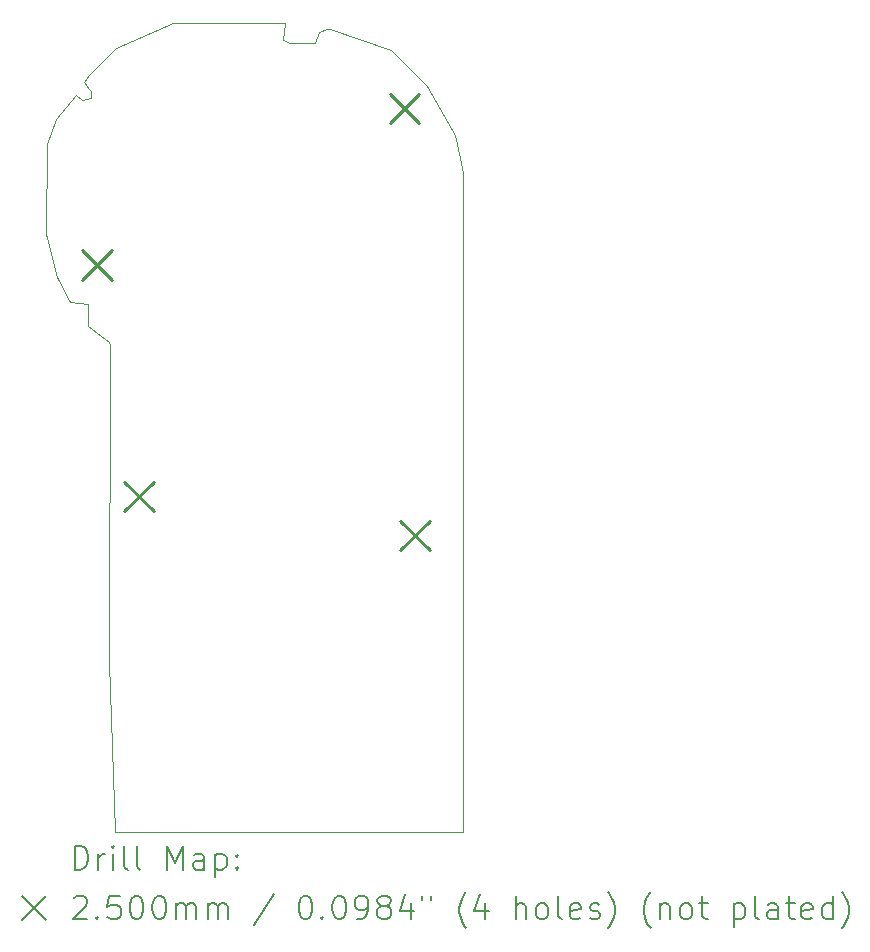
<source format=gbr>
%TF.GenerationSoftware,KiCad,Pcbnew,7.0.1*%
%TF.CreationDate,2023-04-13T23:51:24-04:00*%
%TF.ProjectId,YakBak-soldering-kit,59616b42-616b-42d7-936f-6c646572696e,rev?*%
%TF.SameCoordinates,Original*%
%TF.FileFunction,Drillmap*%
%TF.FilePolarity,Positive*%
%FSLAX45Y45*%
G04 Gerber Fmt 4.5, Leading zero omitted, Abs format (unit mm)*
G04 Created by KiCad (PCBNEW 7.0.1) date 2023-04-13 23:51:24*
%MOMM*%
%LPD*%
G01*
G04 APERTURE LIST*
%ADD10C,0.100000*%
%ADD11C,0.200000*%
%ADD12C,0.250000*%
G04 APERTURE END LIST*
D10*
X11886055Y-4828746D02*
X12193071Y-5130698D01*
X12426803Y-5545617D02*
X12475000Y-5742317D01*
X9433263Y-7252365D02*
X9323103Y-7167526D01*
X9323103Y-7167526D02*
X9319935Y-6980393D01*
X10973852Y-4742716D02*
X11035366Y-4767990D01*
X8967105Y-6387158D02*
X8974554Y-5622489D01*
X9046996Y-5412446D02*
X9219426Y-5209801D01*
X12475000Y-11450000D02*
X12498214Y-11450000D01*
X9555962Y-4811835D02*
X10040725Y-4602528D01*
X10040725Y-4602528D02*
X10988954Y-4599174D01*
X12193071Y-5130698D02*
X12426803Y-5545617D01*
X9350000Y-5175000D02*
X9326568Y-5156908D01*
X9326568Y-5156908D02*
X9290120Y-5098467D01*
X11345644Y-4652615D02*
X11367004Y-4652615D01*
X12498214Y-11450000D02*
X12500000Y-10787440D01*
X11035366Y-4767990D02*
X11241272Y-4767990D01*
X11281013Y-4678742D02*
X11345644Y-4652615D01*
X12475000Y-5742317D02*
X12500000Y-5871164D01*
X9062323Y-6746543D02*
X8967105Y-6387158D01*
X10988954Y-4599174D02*
X10973852Y-4742716D01*
X9219426Y-5209801D02*
X9275000Y-5250000D01*
X9319935Y-6980393D02*
X9172367Y-6965350D01*
X9575000Y-11450000D02*
X12475000Y-11450000D01*
X9290120Y-5098467D02*
X9332082Y-5038731D01*
X9062323Y-6746543D02*
X9062323Y-6746543D01*
X9350000Y-5175000D02*
X9348415Y-5232038D01*
X9546865Y-11450000D02*
X9575000Y-11450000D01*
X8974554Y-5622489D02*
X9046996Y-5412446D01*
X12500000Y-5871164D02*
X12500000Y-10787440D01*
X11241272Y-4767990D02*
X11281013Y-4678742D01*
X9332082Y-5038731D02*
X9555962Y-4811835D01*
X9500000Y-7300000D02*
X9505519Y-7329682D01*
X9172367Y-6965350D02*
X9062323Y-6746543D01*
X9275000Y-5250000D02*
X9348415Y-5232038D01*
X9546865Y-11450000D02*
X9503135Y-10008761D01*
X9503135Y-10008761D02*
X9505519Y-7329682D01*
X11367004Y-4652615D02*
X11886055Y-4828746D01*
X9500000Y-7300000D02*
X9433263Y-7252365D01*
D11*
D12*
X9275000Y-6525000D02*
X9525000Y-6775000D01*
X9525000Y-6525000D02*
X9275000Y-6775000D01*
X9628600Y-8485600D02*
X9878600Y-8735600D01*
X9878600Y-8485600D02*
X9628600Y-8735600D01*
X11875000Y-5200000D02*
X12125000Y-5450000D01*
X12125000Y-5200000D02*
X11875000Y-5450000D01*
X11965400Y-8815800D02*
X12215400Y-9065800D01*
X12215400Y-8815800D02*
X11965400Y-9065800D01*
D11*
X9209724Y-11767524D02*
X9209724Y-11567524D01*
X9209724Y-11567524D02*
X9257343Y-11567524D01*
X9257343Y-11567524D02*
X9285915Y-11577048D01*
X9285915Y-11577048D02*
X9304962Y-11596095D01*
X9304962Y-11596095D02*
X9314486Y-11615143D01*
X9314486Y-11615143D02*
X9324010Y-11653238D01*
X9324010Y-11653238D02*
X9324010Y-11681809D01*
X9324010Y-11681809D02*
X9314486Y-11719905D01*
X9314486Y-11719905D02*
X9304962Y-11738952D01*
X9304962Y-11738952D02*
X9285915Y-11758000D01*
X9285915Y-11758000D02*
X9257343Y-11767524D01*
X9257343Y-11767524D02*
X9209724Y-11767524D01*
X9409724Y-11767524D02*
X9409724Y-11634190D01*
X9409724Y-11672286D02*
X9419248Y-11653238D01*
X9419248Y-11653238D02*
X9428772Y-11643714D01*
X9428772Y-11643714D02*
X9447819Y-11634190D01*
X9447819Y-11634190D02*
X9466867Y-11634190D01*
X9533534Y-11767524D02*
X9533534Y-11634190D01*
X9533534Y-11567524D02*
X9524010Y-11577048D01*
X9524010Y-11577048D02*
X9533534Y-11586571D01*
X9533534Y-11586571D02*
X9543057Y-11577048D01*
X9543057Y-11577048D02*
X9533534Y-11567524D01*
X9533534Y-11567524D02*
X9533534Y-11586571D01*
X9657343Y-11767524D02*
X9638295Y-11758000D01*
X9638295Y-11758000D02*
X9628772Y-11738952D01*
X9628772Y-11738952D02*
X9628772Y-11567524D01*
X9762105Y-11767524D02*
X9743057Y-11758000D01*
X9743057Y-11758000D02*
X9733534Y-11738952D01*
X9733534Y-11738952D02*
X9733534Y-11567524D01*
X9990676Y-11767524D02*
X9990676Y-11567524D01*
X9990676Y-11567524D02*
X10057343Y-11710381D01*
X10057343Y-11710381D02*
X10124010Y-11567524D01*
X10124010Y-11567524D02*
X10124010Y-11767524D01*
X10304962Y-11767524D02*
X10304962Y-11662762D01*
X10304962Y-11662762D02*
X10295438Y-11643714D01*
X10295438Y-11643714D02*
X10276391Y-11634190D01*
X10276391Y-11634190D02*
X10238295Y-11634190D01*
X10238295Y-11634190D02*
X10219248Y-11643714D01*
X10304962Y-11758000D02*
X10285915Y-11767524D01*
X10285915Y-11767524D02*
X10238295Y-11767524D01*
X10238295Y-11767524D02*
X10219248Y-11758000D01*
X10219248Y-11758000D02*
X10209724Y-11738952D01*
X10209724Y-11738952D02*
X10209724Y-11719905D01*
X10209724Y-11719905D02*
X10219248Y-11700857D01*
X10219248Y-11700857D02*
X10238295Y-11691333D01*
X10238295Y-11691333D02*
X10285915Y-11691333D01*
X10285915Y-11691333D02*
X10304962Y-11681809D01*
X10400200Y-11634190D02*
X10400200Y-11834190D01*
X10400200Y-11643714D02*
X10419248Y-11634190D01*
X10419248Y-11634190D02*
X10457343Y-11634190D01*
X10457343Y-11634190D02*
X10476391Y-11643714D01*
X10476391Y-11643714D02*
X10485915Y-11653238D01*
X10485915Y-11653238D02*
X10495438Y-11672286D01*
X10495438Y-11672286D02*
X10495438Y-11729428D01*
X10495438Y-11729428D02*
X10485915Y-11748476D01*
X10485915Y-11748476D02*
X10476391Y-11758000D01*
X10476391Y-11758000D02*
X10457343Y-11767524D01*
X10457343Y-11767524D02*
X10419248Y-11767524D01*
X10419248Y-11767524D02*
X10400200Y-11758000D01*
X10581153Y-11748476D02*
X10590676Y-11758000D01*
X10590676Y-11758000D02*
X10581153Y-11767524D01*
X10581153Y-11767524D02*
X10571629Y-11758000D01*
X10571629Y-11758000D02*
X10581153Y-11748476D01*
X10581153Y-11748476D02*
X10581153Y-11767524D01*
X10581153Y-11643714D02*
X10590676Y-11653238D01*
X10590676Y-11653238D02*
X10581153Y-11662762D01*
X10581153Y-11662762D02*
X10571629Y-11653238D01*
X10571629Y-11653238D02*
X10581153Y-11643714D01*
X10581153Y-11643714D02*
X10581153Y-11662762D01*
X8762105Y-11995000D02*
X8962105Y-12195000D01*
X8962105Y-11995000D02*
X8762105Y-12195000D01*
X9200200Y-12006571D02*
X9209724Y-11997048D01*
X9209724Y-11997048D02*
X9228772Y-11987524D01*
X9228772Y-11987524D02*
X9276391Y-11987524D01*
X9276391Y-11987524D02*
X9295438Y-11997048D01*
X9295438Y-11997048D02*
X9304962Y-12006571D01*
X9304962Y-12006571D02*
X9314486Y-12025619D01*
X9314486Y-12025619D02*
X9314486Y-12044667D01*
X9314486Y-12044667D02*
X9304962Y-12073238D01*
X9304962Y-12073238D02*
X9190676Y-12187524D01*
X9190676Y-12187524D02*
X9314486Y-12187524D01*
X9400200Y-12168476D02*
X9409724Y-12178000D01*
X9409724Y-12178000D02*
X9400200Y-12187524D01*
X9400200Y-12187524D02*
X9390676Y-12178000D01*
X9390676Y-12178000D02*
X9400200Y-12168476D01*
X9400200Y-12168476D02*
X9400200Y-12187524D01*
X9590676Y-11987524D02*
X9495438Y-11987524D01*
X9495438Y-11987524D02*
X9485915Y-12082762D01*
X9485915Y-12082762D02*
X9495438Y-12073238D01*
X9495438Y-12073238D02*
X9514486Y-12063714D01*
X9514486Y-12063714D02*
X9562105Y-12063714D01*
X9562105Y-12063714D02*
X9581153Y-12073238D01*
X9581153Y-12073238D02*
X9590676Y-12082762D01*
X9590676Y-12082762D02*
X9600200Y-12101809D01*
X9600200Y-12101809D02*
X9600200Y-12149428D01*
X9600200Y-12149428D02*
X9590676Y-12168476D01*
X9590676Y-12168476D02*
X9581153Y-12178000D01*
X9581153Y-12178000D02*
X9562105Y-12187524D01*
X9562105Y-12187524D02*
X9514486Y-12187524D01*
X9514486Y-12187524D02*
X9495438Y-12178000D01*
X9495438Y-12178000D02*
X9485915Y-12168476D01*
X9724010Y-11987524D02*
X9743057Y-11987524D01*
X9743057Y-11987524D02*
X9762105Y-11997048D01*
X9762105Y-11997048D02*
X9771629Y-12006571D01*
X9771629Y-12006571D02*
X9781153Y-12025619D01*
X9781153Y-12025619D02*
X9790676Y-12063714D01*
X9790676Y-12063714D02*
X9790676Y-12111333D01*
X9790676Y-12111333D02*
X9781153Y-12149428D01*
X9781153Y-12149428D02*
X9771629Y-12168476D01*
X9771629Y-12168476D02*
X9762105Y-12178000D01*
X9762105Y-12178000D02*
X9743057Y-12187524D01*
X9743057Y-12187524D02*
X9724010Y-12187524D01*
X9724010Y-12187524D02*
X9704962Y-12178000D01*
X9704962Y-12178000D02*
X9695438Y-12168476D01*
X9695438Y-12168476D02*
X9685915Y-12149428D01*
X9685915Y-12149428D02*
X9676391Y-12111333D01*
X9676391Y-12111333D02*
X9676391Y-12063714D01*
X9676391Y-12063714D02*
X9685915Y-12025619D01*
X9685915Y-12025619D02*
X9695438Y-12006571D01*
X9695438Y-12006571D02*
X9704962Y-11997048D01*
X9704962Y-11997048D02*
X9724010Y-11987524D01*
X9914486Y-11987524D02*
X9933534Y-11987524D01*
X9933534Y-11987524D02*
X9952581Y-11997048D01*
X9952581Y-11997048D02*
X9962105Y-12006571D01*
X9962105Y-12006571D02*
X9971629Y-12025619D01*
X9971629Y-12025619D02*
X9981153Y-12063714D01*
X9981153Y-12063714D02*
X9981153Y-12111333D01*
X9981153Y-12111333D02*
X9971629Y-12149428D01*
X9971629Y-12149428D02*
X9962105Y-12168476D01*
X9962105Y-12168476D02*
X9952581Y-12178000D01*
X9952581Y-12178000D02*
X9933534Y-12187524D01*
X9933534Y-12187524D02*
X9914486Y-12187524D01*
X9914486Y-12187524D02*
X9895438Y-12178000D01*
X9895438Y-12178000D02*
X9885915Y-12168476D01*
X9885915Y-12168476D02*
X9876391Y-12149428D01*
X9876391Y-12149428D02*
X9866867Y-12111333D01*
X9866867Y-12111333D02*
X9866867Y-12063714D01*
X9866867Y-12063714D02*
X9876391Y-12025619D01*
X9876391Y-12025619D02*
X9885915Y-12006571D01*
X9885915Y-12006571D02*
X9895438Y-11997048D01*
X9895438Y-11997048D02*
X9914486Y-11987524D01*
X10066867Y-12187524D02*
X10066867Y-12054190D01*
X10066867Y-12073238D02*
X10076391Y-12063714D01*
X10076391Y-12063714D02*
X10095438Y-12054190D01*
X10095438Y-12054190D02*
X10124010Y-12054190D01*
X10124010Y-12054190D02*
X10143057Y-12063714D01*
X10143057Y-12063714D02*
X10152581Y-12082762D01*
X10152581Y-12082762D02*
X10152581Y-12187524D01*
X10152581Y-12082762D02*
X10162105Y-12063714D01*
X10162105Y-12063714D02*
X10181153Y-12054190D01*
X10181153Y-12054190D02*
X10209724Y-12054190D01*
X10209724Y-12054190D02*
X10228772Y-12063714D01*
X10228772Y-12063714D02*
X10238296Y-12082762D01*
X10238296Y-12082762D02*
X10238296Y-12187524D01*
X10333534Y-12187524D02*
X10333534Y-12054190D01*
X10333534Y-12073238D02*
X10343057Y-12063714D01*
X10343057Y-12063714D02*
X10362105Y-12054190D01*
X10362105Y-12054190D02*
X10390677Y-12054190D01*
X10390677Y-12054190D02*
X10409724Y-12063714D01*
X10409724Y-12063714D02*
X10419248Y-12082762D01*
X10419248Y-12082762D02*
X10419248Y-12187524D01*
X10419248Y-12082762D02*
X10428772Y-12063714D01*
X10428772Y-12063714D02*
X10447819Y-12054190D01*
X10447819Y-12054190D02*
X10476391Y-12054190D01*
X10476391Y-12054190D02*
X10495438Y-12063714D01*
X10495438Y-12063714D02*
X10504962Y-12082762D01*
X10504962Y-12082762D02*
X10504962Y-12187524D01*
X10895438Y-11978000D02*
X10724010Y-12235143D01*
X11152581Y-11987524D02*
X11171629Y-11987524D01*
X11171629Y-11987524D02*
X11190677Y-11997048D01*
X11190677Y-11997048D02*
X11200200Y-12006571D01*
X11200200Y-12006571D02*
X11209724Y-12025619D01*
X11209724Y-12025619D02*
X11219248Y-12063714D01*
X11219248Y-12063714D02*
X11219248Y-12111333D01*
X11219248Y-12111333D02*
X11209724Y-12149428D01*
X11209724Y-12149428D02*
X11200200Y-12168476D01*
X11200200Y-12168476D02*
X11190677Y-12178000D01*
X11190677Y-12178000D02*
X11171629Y-12187524D01*
X11171629Y-12187524D02*
X11152581Y-12187524D01*
X11152581Y-12187524D02*
X11133534Y-12178000D01*
X11133534Y-12178000D02*
X11124010Y-12168476D01*
X11124010Y-12168476D02*
X11114486Y-12149428D01*
X11114486Y-12149428D02*
X11104962Y-12111333D01*
X11104962Y-12111333D02*
X11104962Y-12063714D01*
X11104962Y-12063714D02*
X11114486Y-12025619D01*
X11114486Y-12025619D02*
X11124010Y-12006571D01*
X11124010Y-12006571D02*
X11133534Y-11997048D01*
X11133534Y-11997048D02*
X11152581Y-11987524D01*
X11304962Y-12168476D02*
X11314486Y-12178000D01*
X11314486Y-12178000D02*
X11304962Y-12187524D01*
X11304962Y-12187524D02*
X11295438Y-12178000D01*
X11295438Y-12178000D02*
X11304962Y-12168476D01*
X11304962Y-12168476D02*
X11304962Y-12187524D01*
X11438296Y-11987524D02*
X11457343Y-11987524D01*
X11457343Y-11987524D02*
X11476391Y-11997048D01*
X11476391Y-11997048D02*
X11485915Y-12006571D01*
X11485915Y-12006571D02*
X11495438Y-12025619D01*
X11495438Y-12025619D02*
X11504962Y-12063714D01*
X11504962Y-12063714D02*
X11504962Y-12111333D01*
X11504962Y-12111333D02*
X11495438Y-12149428D01*
X11495438Y-12149428D02*
X11485915Y-12168476D01*
X11485915Y-12168476D02*
X11476391Y-12178000D01*
X11476391Y-12178000D02*
X11457343Y-12187524D01*
X11457343Y-12187524D02*
X11438296Y-12187524D01*
X11438296Y-12187524D02*
X11419248Y-12178000D01*
X11419248Y-12178000D02*
X11409724Y-12168476D01*
X11409724Y-12168476D02*
X11400200Y-12149428D01*
X11400200Y-12149428D02*
X11390677Y-12111333D01*
X11390677Y-12111333D02*
X11390677Y-12063714D01*
X11390677Y-12063714D02*
X11400200Y-12025619D01*
X11400200Y-12025619D02*
X11409724Y-12006571D01*
X11409724Y-12006571D02*
X11419248Y-11997048D01*
X11419248Y-11997048D02*
X11438296Y-11987524D01*
X11600200Y-12187524D02*
X11638296Y-12187524D01*
X11638296Y-12187524D02*
X11657343Y-12178000D01*
X11657343Y-12178000D02*
X11666867Y-12168476D01*
X11666867Y-12168476D02*
X11685915Y-12139905D01*
X11685915Y-12139905D02*
X11695438Y-12101809D01*
X11695438Y-12101809D02*
X11695438Y-12025619D01*
X11695438Y-12025619D02*
X11685915Y-12006571D01*
X11685915Y-12006571D02*
X11676391Y-11997048D01*
X11676391Y-11997048D02*
X11657343Y-11987524D01*
X11657343Y-11987524D02*
X11619248Y-11987524D01*
X11619248Y-11987524D02*
X11600200Y-11997048D01*
X11600200Y-11997048D02*
X11590677Y-12006571D01*
X11590677Y-12006571D02*
X11581153Y-12025619D01*
X11581153Y-12025619D02*
X11581153Y-12073238D01*
X11581153Y-12073238D02*
X11590677Y-12092286D01*
X11590677Y-12092286D02*
X11600200Y-12101809D01*
X11600200Y-12101809D02*
X11619248Y-12111333D01*
X11619248Y-12111333D02*
X11657343Y-12111333D01*
X11657343Y-12111333D02*
X11676391Y-12101809D01*
X11676391Y-12101809D02*
X11685915Y-12092286D01*
X11685915Y-12092286D02*
X11695438Y-12073238D01*
X11809724Y-12073238D02*
X11790677Y-12063714D01*
X11790677Y-12063714D02*
X11781153Y-12054190D01*
X11781153Y-12054190D02*
X11771629Y-12035143D01*
X11771629Y-12035143D02*
X11771629Y-12025619D01*
X11771629Y-12025619D02*
X11781153Y-12006571D01*
X11781153Y-12006571D02*
X11790677Y-11997048D01*
X11790677Y-11997048D02*
X11809724Y-11987524D01*
X11809724Y-11987524D02*
X11847819Y-11987524D01*
X11847819Y-11987524D02*
X11866867Y-11997048D01*
X11866867Y-11997048D02*
X11876391Y-12006571D01*
X11876391Y-12006571D02*
X11885915Y-12025619D01*
X11885915Y-12025619D02*
X11885915Y-12035143D01*
X11885915Y-12035143D02*
X11876391Y-12054190D01*
X11876391Y-12054190D02*
X11866867Y-12063714D01*
X11866867Y-12063714D02*
X11847819Y-12073238D01*
X11847819Y-12073238D02*
X11809724Y-12073238D01*
X11809724Y-12073238D02*
X11790677Y-12082762D01*
X11790677Y-12082762D02*
X11781153Y-12092286D01*
X11781153Y-12092286D02*
X11771629Y-12111333D01*
X11771629Y-12111333D02*
X11771629Y-12149428D01*
X11771629Y-12149428D02*
X11781153Y-12168476D01*
X11781153Y-12168476D02*
X11790677Y-12178000D01*
X11790677Y-12178000D02*
X11809724Y-12187524D01*
X11809724Y-12187524D02*
X11847819Y-12187524D01*
X11847819Y-12187524D02*
X11866867Y-12178000D01*
X11866867Y-12178000D02*
X11876391Y-12168476D01*
X11876391Y-12168476D02*
X11885915Y-12149428D01*
X11885915Y-12149428D02*
X11885915Y-12111333D01*
X11885915Y-12111333D02*
X11876391Y-12092286D01*
X11876391Y-12092286D02*
X11866867Y-12082762D01*
X11866867Y-12082762D02*
X11847819Y-12073238D01*
X12057343Y-12054190D02*
X12057343Y-12187524D01*
X12009724Y-11978000D02*
X11962105Y-12120857D01*
X11962105Y-12120857D02*
X12085915Y-12120857D01*
X12152581Y-11987524D02*
X12152581Y-12025619D01*
X12228772Y-11987524D02*
X12228772Y-12025619D01*
X12524010Y-12263714D02*
X12514486Y-12254190D01*
X12514486Y-12254190D02*
X12495439Y-12225619D01*
X12495439Y-12225619D02*
X12485915Y-12206571D01*
X12485915Y-12206571D02*
X12476391Y-12178000D01*
X12476391Y-12178000D02*
X12466867Y-12130381D01*
X12466867Y-12130381D02*
X12466867Y-12092286D01*
X12466867Y-12092286D02*
X12476391Y-12044667D01*
X12476391Y-12044667D02*
X12485915Y-12016095D01*
X12485915Y-12016095D02*
X12495439Y-11997048D01*
X12495439Y-11997048D02*
X12514486Y-11968476D01*
X12514486Y-11968476D02*
X12524010Y-11958952D01*
X12685915Y-12054190D02*
X12685915Y-12187524D01*
X12638296Y-11978000D02*
X12590677Y-12120857D01*
X12590677Y-12120857D02*
X12714486Y-12120857D01*
X12943058Y-12187524D02*
X12943058Y-11987524D01*
X13028772Y-12187524D02*
X13028772Y-12082762D01*
X13028772Y-12082762D02*
X13019248Y-12063714D01*
X13019248Y-12063714D02*
X13000201Y-12054190D01*
X13000201Y-12054190D02*
X12971629Y-12054190D01*
X12971629Y-12054190D02*
X12952581Y-12063714D01*
X12952581Y-12063714D02*
X12943058Y-12073238D01*
X13152581Y-12187524D02*
X13133534Y-12178000D01*
X13133534Y-12178000D02*
X13124010Y-12168476D01*
X13124010Y-12168476D02*
X13114486Y-12149428D01*
X13114486Y-12149428D02*
X13114486Y-12092286D01*
X13114486Y-12092286D02*
X13124010Y-12073238D01*
X13124010Y-12073238D02*
X13133534Y-12063714D01*
X13133534Y-12063714D02*
X13152581Y-12054190D01*
X13152581Y-12054190D02*
X13181153Y-12054190D01*
X13181153Y-12054190D02*
X13200201Y-12063714D01*
X13200201Y-12063714D02*
X13209724Y-12073238D01*
X13209724Y-12073238D02*
X13219248Y-12092286D01*
X13219248Y-12092286D02*
X13219248Y-12149428D01*
X13219248Y-12149428D02*
X13209724Y-12168476D01*
X13209724Y-12168476D02*
X13200201Y-12178000D01*
X13200201Y-12178000D02*
X13181153Y-12187524D01*
X13181153Y-12187524D02*
X13152581Y-12187524D01*
X13333534Y-12187524D02*
X13314486Y-12178000D01*
X13314486Y-12178000D02*
X13304962Y-12158952D01*
X13304962Y-12158952D02*
X13304962Y-11987524D01*
X13485915Y-12178000D02*
X13466867Y-12187524D01*
X13466867Y-12187524D02*
X13428772Y-12187524D01*
X13428772Y-12187524D02*
X13409724Y-12178000D01*
X13409724Y-12178000D02*
X13400201Y-12158952D01*
X13400201Y-12158952D02*
X13400201Y-12082762D01*
X13400201Y-12082762D02*
X13409724Y-12063714D01*
X13409724Y-12063714D02*
X13428772Y-12054190D01*
X13428772Y-12054190D02*
X13466867Y-12054190D01*
X13466867Y-12054190D02*
X13485915Y-12063714D01*
X13485915Y-12063714D02*
X13495439Y-12082762D01*
X13495439Y-12082762D02*
X13495439Y-12101809D01*
X13495439Y-12101809D02*
X13400201Y-12120857D01*
X13571629Y-12178000D02*
X13590677Y-12187524D01*
X13590677Y-12187524D02*
X13628772Y-12187524D01*
X13628772Y-12187524D02*
X13647820Y-12178000D01*
X13647820Y-12178000D02*
X13657343Y-12158952D01*
X13657343Y-12158952D02*
X13657343Y-12149428D01*
X13657343Y-12149428D02*
X13647820Y-12130381D01*
X13647820Y-12130381D02*
X13628772Y-12120857D01*
X13628772Y-12120857D02*
X13600201Y-12120857D01*
X13600201Y-12120857D02*
X13581153Y-12111333D01*
X13581153Y-12111333D02*
X13571629Y-12092286D01*
X13571629Y-12092286D02*
X13571629Y-12082762D01*
X13571629Y-12082762D02*
X13581153Y-12063714D01*
X13581153Y-12063714D02*
X13600201Y-12054190D01*
X13600201Y-12054190D02*
X13628772Y-12054190D01*
X13628772Y-12054190D02*
X13647820Y-12063714D01*
X13724010Y-12263714D02*
X13733534Y-12254190D01*
X13733534Y-12254190D02*
X13752582Y-12225619D01*
X13752582Y-12225619D02*
X13762105Y-12206571D01*
X13762105Y-12206571D02*
X13771629Y-12178000D01*
X13771629Y-12178000D02*
X13781153Y-12130381D01*
X13781153Y-12130381D02*
X13781153Y-12092286D01*
X13781153Y-12092286D02*
X13771629Y-12044667D01*
X13771629Y-12044667D02*
X13762105Y-12016095D01*
X13762105Y-12016095D02*
X13752582Y-11997048D01*
X13752582Y-11997048D02*
X13733534Y-11968476D01*
X13733534Y-11968476D02*
X13724010Y-11958952D01*
X14085915Y-12263714D02*
X14076391Y-12254190D01*
X14076391Y-12254190D02*
X14057343Y-12225619D01*
X14057343Y-12225619D02*
X14047820Y-12206571D01*
X14047820Y-12206571D02*
X14038296Y-12178000D01*
X14038296Y-12178000D02*
X14028772Y-12130381D01*
X14028772Y-12130381D02*
X14028772Y-12092286D01*
X14028772Y-12092286D02*
X14038296Y-12044667D01*
X14038296Y-12044667D02*
X14047820Y-12016095D01*
X14047820Y-12016095D02*
X14057343Y-11997048D01*
X14057343Y-11997048D02*
X14076391Y-11968476D01*
X14076391Y-11968476D02*
X14085915Y-11958952D01*
X14162105Y-12054190D02*
X14162105Y-12187524D01*
X14162105Y-12073238D02*
X14171629Y-12063714D01*
X14171629Y-12063714D02*
X14190677Y-12054190D01*
X14190677Y-12054190D02*
X14219248Y-12054190D01*
X14219248Y-12054190D02*
X14238296Y-12063714D01*
X14238296Y-12063714D02*
X14247820Y-12082762D01*
X14247820Y-12082762D02*
X14247820Y-12187524D01*
X14371629Y-12187524D02*
X14352582Y-12178000D01*
X14352582Y-12178000D02*
X14343058Y-12168476D01*
X14343058Y-12168476D02*
X14333534Y-12149428D01*
X14333534Y-12149428D02*
X14333534Y-12092286D01*
X14333534Y-12092286D02*
X14343058Y-12073238D01*
X14343058Y-12073238D02*
X14352582Y-12063714D01*
X14352582Y-12063714D02*
X14371629Y-12054190D01*
X14371629Y-12054190D02*
X14400201Y-12054190D01*
X14400201Y-12054190D02*
X14419248Y-12063714D01*
X14419248Y-12063714D02*
X14428772Y-12073238D01*
X14428772Y-12073238D02*
X14438296Y-12092286D01*
X14438296Y-12092286D02*
X14438296Y-12149428D01*
X14438296Y-12149428D02*
X14428772Y-12168476D01*
X14428772Y-12168476D02*
X14419248Y-12178000D01*
X14419248Y-12178000D02*
X14400201Y-12187524D01*
X14400201Y-12187524D02*
X14371629Y-12187524D01*
X14495439Y-12054190D02*
X14571629Y-12054190D01*
X14524010Y-11987524D02*
X14524010Y-12158952D01*
X14524010Y-12158952D02*
X14533534Y-12178000D01*
X14533534Y-12178000D02*
X14552582Y-12187524D01*
X14552582Y-12187524D02*
X14571629Y-12187524D01*
X14790677Y-12054190D02*
X14790677Y-12254190D01*
X14790677Y-12063714D02*
X14809724Y-12054190D01*
X14809724Y-12054190D02*
X14847820Y-12054190D01*
X14847820Y-12054190D02*
X14866867Y-12063714D01*
X14866867Y-12063714D02*
X14876391Y-12073238D01*
X14876391Y-12073238D02*
X14885915Y-12092286D01*
X14885915Y-12092286D02*
X14885915Y-12149428D01*
X14885915Y-12149428D02*
X14876391Y-12168476D01*
X14876391Y-12168476D02*
X14866867Y-12178000D01*
X14866867Y-12178000D02*
X14847820Y-12187524D01*
X14847820Y-12187524D02*
X14809724Y-12187524D01*
X14809724Y-12187524D02*
X14790677Y-12178000D01*
X15000201Y-12187524D02*
X14981153Y-12178000D01*
X14981153Y-12178000D02*
X14971629Y-12158952D01*
X14971629Y-12158952D02*
X14971629Y-11987524D01*
X15162105Y-12187524D02*
X15162105Y-12082762D01*
X15162105Y-12082762D02*
X15152582Y-12063714D01*
X15152582Y-12063714D02*
X15133534Y-12054190D01*
X15133534Y-12054190D02*
X15095439Y-12054190D01*
X15095439Y-12054190D02*
X15076391Y-12063714D01*
X15162105Y-12178000D02*
X15143058Y-12187524D01*
X15143058Y-12187524D02*
X15095439Y-12187524D01*
X15095439Y-12187524D02*
X15076391Y-12178000D01*
X15076391Y-12178000D02*
X15066867Y-12158952D01*
X15066867Y-12158952D02*
X15066867Y-12139905D01*
X15066867Y-12139905D02*
X15076391Y-12120857D01*
X15076391Y-12120857D02*
X15095439Y-12111333D01*
X15095439Y-12111333D02*
X15143058Y-12111333D01*
X15143058Y-12111333D02*
X15162105Y-12101809D01*
X15228772Y-12054190D02*
X15304963Y-12054190D01*
X15257344Y-11987524D02*
X15257344Y-12158952D01*
X15257344Y-12158952D02*
X15266867Y-12178000D01*
X15266867Y-12178000D02*
X15285915Y-12187524D01*
X15285915Y-12187524D02*
X15304963Y-12187524D01*
X15447820Y-12178000D02*
X15428772Y-12187524D01*
X15428772Y-12187524D02*
X15390677Y-12187524D01*
X15390677Y-12187524D02*
X15371629Y-12178000D01*
X15371629Y-12178000D02*
X15362105Y-12158952D01*
X15362105Y-12158952D02*
X15362105Y-12082762D01*
X15362105Y-12082762D02*
X15371629Y-12063714D01*
X15371629Y-12063714D02*
X15390677Y-12054190D01*
X15390677Y-12054190D02*
X15428772Y-12054190D01*
X15428772Y-12054190D02*
X15447820Y-12063714D01*
X15447820Y-12063714D02*
X15457344Y-12082762D01*
X15457344Y-12082762D02*
X15457344Y-12101809D01*
X15457344Y-12101809D02*
X15362105Y-12120857D01*
X15628772Y-12187524D02*
X15628772Y-11987524D01*
X15628772Y-12178000D02*
X15609725Y-12187524D01*
X15609725Y-12187524D02*
X15571629Y-12187524D01*
X15571629Y-12187524D02*
X15552582Y-12178000D01*
X15552582Y-12178000D02*
X15543058Y-12168476D01*
X15543058Y-12168476D02*
X15533534Y-12149428D01*
X15533534Y-12149428D02*
X15533534Y-12092286D01*
X15533534Y-12092286D02*
X15543058Y-12073238D01*
X15543058Y-12073238D02*
X15552582Y-12063714D01*
X15552582Y-12063714D02*
X15571629Y-12054190D01*
X15571629Y-12054190D02*
X15609725Y-12054190D01*
X15609725Y-12054190D02*
X15628772Y-12063714D01*
X15704963Y-12263714D02*
X15714486Y-12254190D01*
X15714486Y-12254190D02*
X15733534Y-12225619D01*
X15733534Y-12225619D02*
X15743058Y-12206571D01*
X15743058Y-12206571D02*
X15752582Y-12178000D01*
X15752582Y-12178000D02*
X15762105Y-12130381D01*
X15762105Y-12130381D02*
X15762105Y-12092286D01*
X15762105Y-12092286D02*
X15752582Y-12044667D01*
X15752582Y-12044667D02*
X15743058Y-12016095D01*
X15743058Y-12016095D02*
X15733534Y-11997048D01*
X15733534Y-11997048D02*
X15714486Y-11968476D01*
X15714486Y-11968476D02*
X15704963Y-11958952D01*
M02*

</source>
